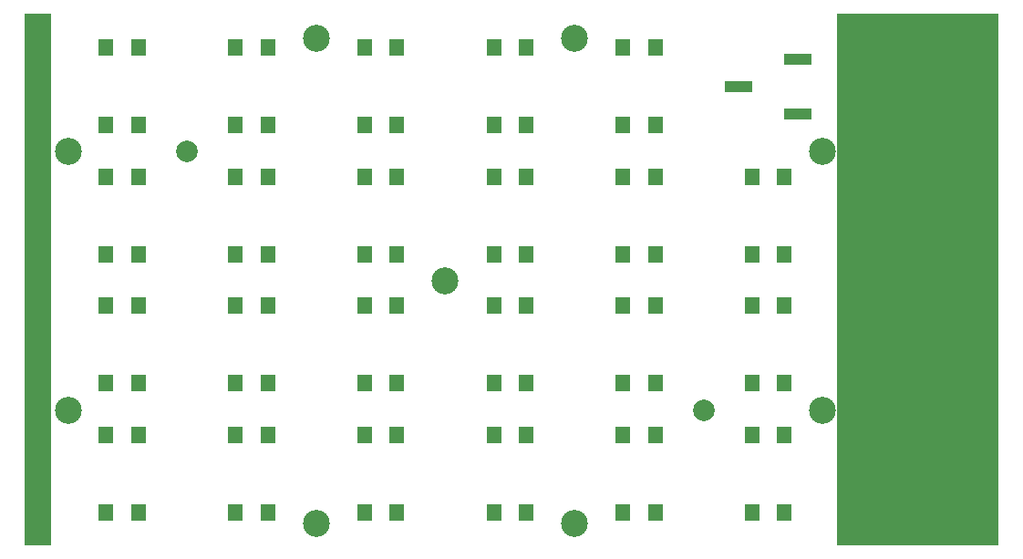
<source format=gts>
%TF.GenerationSoftware,KiCad,Pcbnew,7.0.2*%
%TF.CreationDate,2023-05-25T16:14:32+02:00*%
%TF.ProjectId,kim-1-keypad,6b696d2d-312d-46b6-9579-7061642e6b69,rev?*%
%TF.SameCoordinates,Original*%
%TF.FileFunction,Soldermask,Top*%
%TF.FilePolarity,Negative*%
%FSLAX46Y46*%
G04 Gerber Fmt 4.6, Leading zero omitted, Abs format (unit mm)*
G04 Created by KiCad (PCBNEW 7.0.2) date 2023-05-25 16:14:32*
%MOMM*%
%LPD*%
G01*
G04 APERTURE LIST*
G04 Aperture macros list*
%AMRoundRect*
0 Rectangle with rounded corners*
0 $1 Rounding radius*
0 $2 $3 $4 $5 $6 $7 $8 $9 X,Y pos of 4 corners*
0 Add a 4 corners polygon primitive as box body*
4,1,4,$2,$3,$4,$5,$6,$7,$8,$9,$2,$3,0*
0 Add four circle primitives for the rounded corners*
1,1,$1+$1,$2,$3*
1,1,$1+$1,$4,$5*
1,1,$1+$1,$6,$7*
1,1,$1+$1,$8,$9*
0 Add four rect primitives between the rounded corners*
20,1,$1+$1,$2,$3,$4,$5,0*
20,1,$1+$1,$4,$5,$6,$7,0*
20,1,$1+$1,$6,$7,$8,$9,0*
20,1,$1+$1,$8,$9,$2,$3,0*%
G04 Aperture macros list end*
%ADD10C,1.500000*%
%ADD11C,1.500000*%
%ADD12C,2.500000*%
%ADD13R,1.400000X1.600000*%
%ADD14C,2.000000*%
%ADD15C,1.250000*%
%ADD16R,2.500000X1.000000*%
%ADD17RoundRect,0.765000X0.735000X0.085000X-0.735000X0.085000X-0.735000X-0.085000X0.735000X-0.085000X0*%
G04 APERTURE END LIST*
G36*
X92120000Y-73050000D02*
G01*
X94610000Y-73050000D01*
X94610000Y-122460000D01*
X92120000Y-122460000D01*
X92120000Y-73050000D01*
G37*
G36*
X167570000Y-73050000D02*
G01*
X182580000Y-73050000D01*
X182580000Y-122390000D01*
X167570000Y-122390000D01*
X167570000Y-73050000D01*
G37*
%TO.C,J1*%
G36*
X176700000Y-80080000D02*
G01*
X179700000Y-80080000D01*
X179700000Y-115640000D01*
X176700000Y-115640000D01*
X176700000Y-80080000D01*
G37*
D10*
X178950000Y-115640000D02*
G75*
G03*
X178950000Y-115640000I-750000J0D01*
G01*
X178950000Y-80080000D02*
G75*
G03*
X178950000Y-80080000I-750000J0D01*
G01*
%TD*%
D11*
%TO.C,H14*%
X173870000Y-117370000D03*
%TD*%
D12*
%TO.C,H6*%
X143200000Y-75360000D03*
%TD*%
D13*
%TO.C,SW11*%
X126710000Y-100190000D03*
X126710000Y-107390000D03*
X123710000Y-100190000D03*
X123710000Y-107390000D03*
%TD*%
D14*
%TO.C,H10*%
X155200000Y-109860000D03*
%TD*%
D13*
%TO.C,SW1*%
X102710000Y-76190000D03*
X102710000Y-83390000D03*
X99710000Y-76190000D03*
X99710000Y-83390000D03*
%TD*%
%TO.C,SW14*%
X138710000Y-88190000D03*
X138710000Y-95390000D03*
X135710000Y-88190000D03*
X135710000Y-95390000D03*
%TD*%
D12*
%TO.C,H8*%
X166200000Y-85860000D03*
%TD*%
D14*
%TO.C,H9*%
X107200000Y-85860000D03*
%TD*%
D13*
%TO.C,SW8*%
X114710000Y-112190000D03*
X114710000Y-119390000D03*
X111710000Y-112190000D03*
X111710000Y-119390000D03*
%TD*%
%TO.C,SW20*%
X162710000Y-88190000D03*
X162710000Y-95390000D03*
X159710000Y-88190000D03*
X159710000Y-95390000D03*
%TD*%
D12*
%TO.C,H7*%
X143200000Y-120360000D03*
%TD*%
D13*
%TO.C,SW19*%
X150710000Y-112190000D03*
X150710000Y-119390000D03*
X147710000Y-112190000D03*
X147710000Y-119390000D03*
%TD*%
D11*
%TO.C,H11*%
X173040000Y-78540000D03*
%TD*%
D13*
%TO.C,SW18*%
X150710000Y-88190000D03*
X150710000Y-95390000D03*
X147710000Y-88190000D03*
X147710000Y-95390000D03*
%TD*%
%TO.C,SW16*%
X138710000Y-112190000D03*
X138710000Y-119390000D03*
X135710000Y-112190000D03*
X135710000Y-119390000D03*
%TD*%
D12*
%TO.C,H9*%
X166200000Y-109860000D03*
%TD*%
D11*
%TO.C,H13*%
X174850000Y-111470000D03*
%TD*%
D13*
%TO.C,SW4*%
X102710000Y-112190000D03*
X102710000Y-119390000D03*
X99710000Y-112190000D03*
X99710000Y-119390000D03*
%TD*%
%TO.C,SW21*%
X150710000Y-100190000D03*
X150710000Y-107390000D03*
X147710000Y-100190000D03*
X147710000Y-107390000D03*
%TD*%
D12*
%TO.C,H5*%
X131200000Y-97860000D03*
%TD*%
%TO.C,H1*%
X96200000Y-85860000D03*
%TD*%
%TO.C,H4*%
X119200000Y-120360000D03*
%TD*%
D13*
%TO.C,SW10*%
X126710000Y-88190000D03*
X126710000Y-95390000D03*
X123710000Y-88190000D03*
X123710000Y-95390000D03*
%TD*%
%TO.C,SW22*%
X162710000Y-100190000D03*
X162710000Y-107390000D03*
X159710000Y-100190000D03*
X159710000Y-107390000D03*
%TD*%
%TO.C,SW17*%
X150710000Y-76190000D03*
X150710000Y-83390000D03*
X147710000Y-76190000D03*
X147710000Y-83390000D03*
%TD*%
%TO.C,SW23*%
X162710000Y-112190000D03*
X162710000Y-119390000D03*
X159710000Y-112190000D03*
X159710000Y-119390000D03*
%TD*%
%TO.C,SW7*%
X114710000Y-100190000D03*
X114710000Y-107390000D03*
X111710000Y-100190000D03*
X111710000Y-107390000D03*
%TD*%
%TO.C,SW3*%
X102710000Y-100190000D03*
X102710000Y-107390000D03*
X99710000Y-100190000D03*
X99710000Y-107390000D03*
%TD*%
%TO.C,SW6*%
X114710000Y-88190000D03*
X114710000Y-95390000D03*
X111710000Y-88190000D03*
X111710000Y-95390000D03*
%TD*%
D15*
%TO.C,H11*%
X177140000Y-75140000D03*
%TD*%
D13*
%TO.C,SW13*%
X138710000Y-76190000D03*
X138710000Y-83390000D03*
X135710000Y-76190000D03*
X135710000Y-83390000D03*
%TD*%
D12*
%TO.C,H3*%
X119200000Y-75360000D03*
%TD*%
D13*
%TO.C,SW15*%
X138710000Y-100190000D03*
X138710000Y-107390000D03*
X135710000Y-100190000D03*
X135710000Y-107390000D03*
%TD*%
%TO.C,SW2*%
X102710000Y-88190000D03*
X102710000Y-95390000D03*
X99710000Y-88190000D03*
X99710000Y-95390000D03*
%TD*%
%TO.C,SW5*%
X114710000Y-76190000D03*
X114710000Y-83390000D03*
X111710000Y-76190000D03*
X111710000Y-83390000D03*
%TD*%
%TO.C,SW12*%
X126710000Y-112190000D03*
X126710000Y-119390000D03*
X123710000Y-112190000D03*
X123710000Y-119390000D03*
%TD*%
D11*
%TO.C,H12*%
X173910000Y-95620000D03*
%TD*%
D12*
%TO.C,H2*%
X96200000Y-109860000D03*
%TD*%
D13*
%TO.C,SW9*%
X126710000Y-76190000D03*
X126710000Y-83390000D03*
X123710000Y-76190000D03*
X123710000Y-83390000D03*
%TD*%
D16*
%TO.C,SW24*%
X163940000Y-82340000D03*
X158440000Y-79840000D03*
X163940000Y-77340000D03*
%TD*%
D17*
%TO.C,J1*%
X178200000Y-80080000D03*
X178200000Y-82620000D03*
X178200000Y-85160000D03*
X178200000Y-87700000D03*
X178200000Y-90240000D03*
X178200000Y-92780000D03*
X178200000Y-95320000D03*
X178200000Y-97860000D03*
X178200000Y-100400000D03*
X178200000Y-102940000D03*
X178200000Y-105480000D03*
X178200000Y-108020000D03*
X178200000Y-110560000D03*
X178200000Y-113100000D03*
X178200000Y-115640000D03*
%TD*%
M02*

</source>
